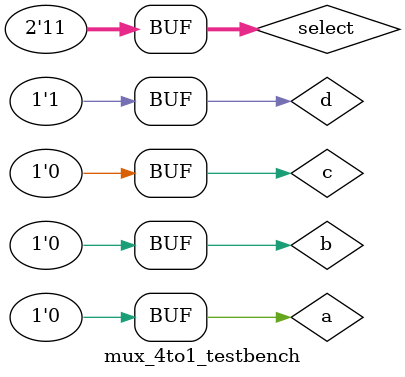
<source format=v>
`define DELAY 20

module mux_4to1_testbench;
   reg a;
   reg b;
   reg c;
   reg d;
   wire out;
   reg [1:0] select;
   
	mux_4to1  mux0 (a, b, c, d, select, out);

	initial begin
		a = 1'b1;
		b = 1'b0;
		c = 1'b0;
		d = 1'b0;
		select = 2'b00;
		#`DELAY;
		a = 1'b1;
		b = 1'b0;
		c = 1'b1;
		d = 1'b1;
		select = 2'b01;
		#`DELAY;
		a = 1'b0;
		b = 1'b0;
		c = 1'b1;
		d = 1'b0;
		select = 2'b10;
		#`DELAY;
		a = 1'b0;
		b = 1'b0;
		c = 1'b0;
		d = 1'b1;
		select = 2'b11;
		#`DELAY;
	end
 
	initial begin
		$monitor("time = %2d, a =%1b, b=%1b, c =%1b, d=%1b, select=%2b, out=%1b", $time, a, b, c, d, select, out);
	end
endmodule
</source>
